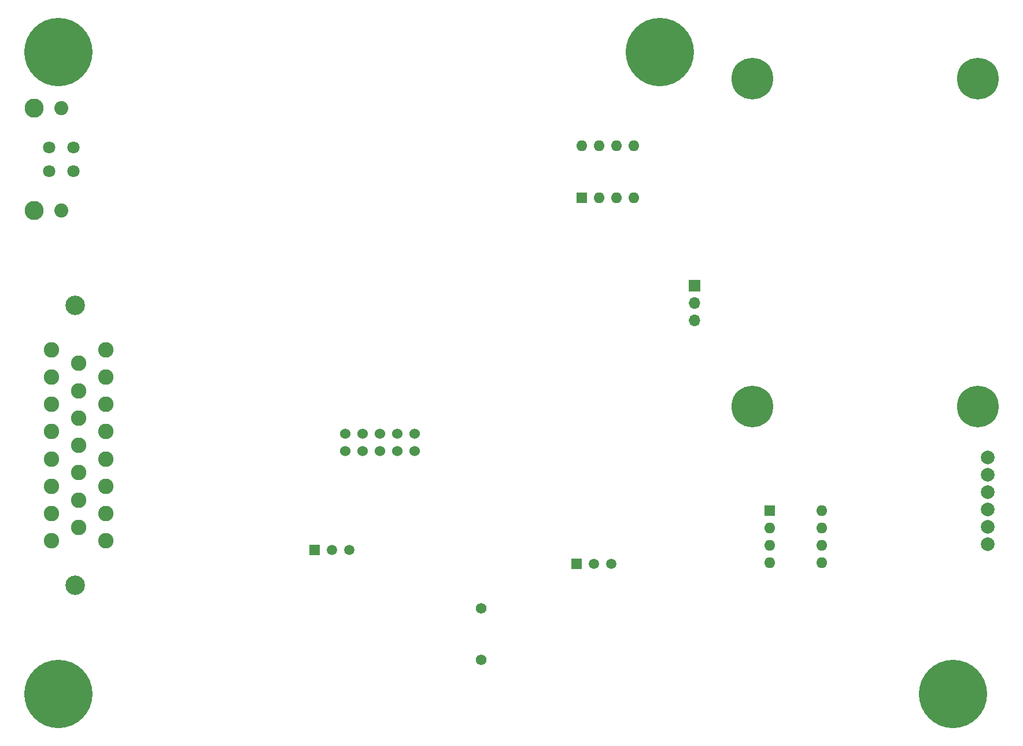
<source format=gbs>
G04 #@! TF.GenerationSoftware,KiCad,Pcbnew,5.99.0-unknown-6a369b230f~117~ubuntu20.04.1*
G04 #@! TF.CreationDate,2021-05-15T18:55:41+08:00*
G04 #@! TF.ProjectId,Controller,436f6e74-726f-46c6-9c65-722e6b696361,rev?*
G04 #@! TF.SameCoordinates,Original*
G04 #@! TF.FileFunction,Soldermask,Bot*
G04 #@! TF.FilePolarity,Negative*
%FSLAX46Y46*%
G04 Gerber Fmt 4.6, Leading zero omitted, Abs format (unit mm)*
G04 Created by KiCad (PCBNEW 5.99.0-unknown-6a369b230f~117~ubuntu20.04.1) date 2021-05-15 18:55:41*
%MOMM*%
%LPD*%
G01*
G04 APERTURE LIST*
%ADD10R,1.508000X1.508000*%
%ADD11C,1.508000*%
%ADD12C,2.260600*%
%ADD13C,2.844800*%
%ADD14C,2.050000*%
%ADD15C,2.800000*%
%ADD16C,1.800000*%
%ADD17R,1.700000X1.700000*%
%ADD18O,1.700000X1.700000*%
%ADD19C,2.000000*%
%ADD20C,10.000000*%
%ADD21C,1.524000*%
%ADD22R,1.600000X1.600000*%
%ADD23O,1.600000X1.600000*%
%ADD24C,1.574800*%
%ADD25C,6.100000*%
G04 APERTURE END LIST*
D10*
X162380000Y-123075000D03*
D11*
X164920000Y-123075000D03*
X167460000Y-123075000D03*
D12*
X93450000Y-91700001D03*
X93450000Y-95700000D03*
X93450000Y-99700000D03*
X93450000Y-103700000D03*
X93450000Y-107699999D03*
X93450000Y-111699999D03*
X93450000Y-115699998D03*
X93450000Y-119699998D03*
X89450000Y-93699999D03*
X89450000Y-97699999D03*
X89450000Y-101699999D03*
X89450000Y-105699998D03*
X89450000Y-109699998D03*
X89450000Y-113699997D03*
X89450000Y-117699997D03*
X85450000Y-91700001D03*
X85450000Y-95700000D03*
X85450000Y-99700000D03*
X85450000Y-103700000D03*
X85450000Y-107699999D03*
X85450000Y-111699999D03*
X85450000Y-115699998D03*
X85450000Y-119699998D03*
D13*
X88950115Y-126199995D03*
X88950115Y-85200001D03*
D14*
X86940000Y-71320000D03*
D15*
X82940000Y-56320000D03*
X82940000Y-71320000D03*
D14*
X86940000Y-56320000D03*
D16*
X88707000Y-65587000D03*
X88707000Y-62053000D03*
X85173000Y-62053000D03*
X85173000Y-65587000D03*
D17*
X179620000Y-82335000D03*
D18*
X179620000Y-84875000D03*
X179620000Y-87415000D03*
D19*
X222570000Y-107470000D03*
X222570000Y-110010000D03*
X222570000Y-112550000D03*
X222570000Y-115090000D03*
X222570000Y-117630000D03*
X222570000Y-120170000D03*
D10*
X123988000Y-120985000D03*
D11*
X126528000Y-120985000D03*
X129068000Y-120985000D03*
D20*
X174520000Y-48120000D03*
D21*
X128500000Y-106560000D03*
X128500000Y-104020000D03*
X131040000Y-106560000D03*
X131040000Y-104020000D03*
X133580000Y-106560000D03*
X133580000Y-104020000D03*
X136120000Y-106560000D03*
X136120000Y-104020000D03*
X138660000Y-106560000D03*
X138660000Y-104020000D03*
D22*
X163090000Y-69480000D03*
D23*
X165630000Y-69480000D03*
X168170000Y-69480000D03*
X170710000Y-69480000D03*
X170710000Y-61860000D03*
X168170000Y-61860000D03*
X165630000Y-61860000D03*
X163090000Y-61860000D03*
D22*
X190642000Y-115284000D03*
D23*
X190642000Y-117824000D03*
X190642000Y-120364000D03*
X190642000Y-122904000D03*
X198262000Y-122904000D03*
X198262000Y-120364000D03*
X198262000Y-117824000D03*
X198262000Y-115284000D03*
D20*
X217520000Y-142120000D03*
D24*
X148410000Y-137090000D03*
X148410000Y-129590000D03*
D20*
X86520000Y-142120000D03*
X86520000Y-48120000D03*
D25*
X221090000Y-100020000D03*
X188090000Y-100020000D03*
X221090000Y-52020000D03*
X188090000Y-52020000D03*
M02*

</source>
